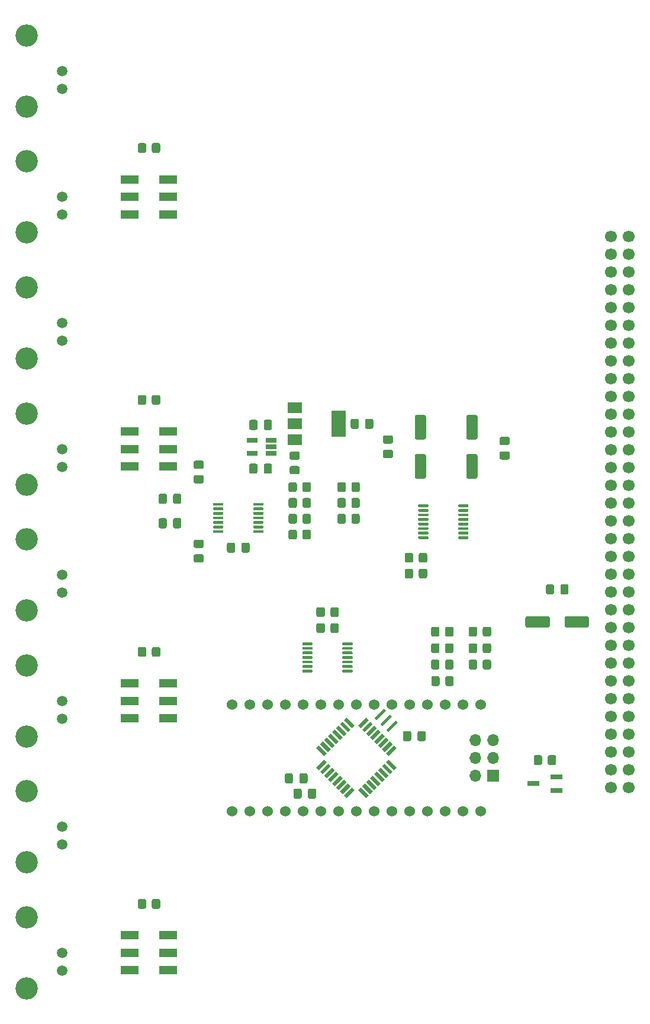
<source format=gbr>
%TF.GenerationSoftware,KiCad,Pcbnew,5.1.12-84ad8e8a86~92~ubuntu20.04.1*%
%TF.CreationDate,2022-05-19T19:13:28+02:00*%
%TF.ProjectId,bkm-129x-simple,626b6d2d-3132-4397-982d-73696d706c65,rev?*%
%TF.SameCoordinates,Original*%
%TF.FileFunction,Soldermask,Top*%
%TF.FilePolarity,Negative*%
%FSLAX46Y46*%
G04 Gerber Fmt 4.6, Leading zero omitted, Abs format (unit mm)*
G04 Created by KiCad (PCBNEW 5.1.12-84ad8e8a86~92~ubuntu20.04.1) date 2022-05-19 19:13:28*
%MOMM*%
%LPD*%
G01*
G04 APERTURE LIST*
%ADD10C,1.524000*%
%ADD11R,2.500000X1.200000*%
%ADD12C,1.500000*%
%ADD13C,3.200000*%
%ADD14C,0.100000*%
%ADD15R,1.700000X1.700000*%
%ADD16O,1.700000X1.700000*%
%ADD17R,1.800000X0.800000*%
%ADD18R,1.560000X0.650000*%
%ADD19R,2.000000X3.800000*%
%ADD20R,2.000000X1.500000*%
%ADD21C,1.700000*%
G04 APERTURE END LIST*
D10*
%TO.C,U3*%
X167117100Y-150924000D03*
X164577100Y-150924000D03*
X162037100Y-150924000D03*
X159497100Y-150924000D03*
X156957100Y-150924000D03*
X154417100Y-150924000D03*
X151877100Y-150924000D03*
X149337100Y-150924000D03*
X146797100Y-150924000D03*
X144257100Y-150924000D03*
X141717100Y-150924000D03*
X139177100Y-150924000D03*
X136637100Y-150924000D03*
X134097100Y-150924000D03*
X131557100Y-150924000D03*
X131557100Y-166164000D03*
X134097100Y-166164000D03*
X136637100Y-166164000D03*
X139177100Y-166164000D03*
X141717100Y-166164000D03*
X144257100Y-166164000D03*
X146797100Y-166164000D03*
X149337100Y-166164000D03*
X151877100Y-166164000D03*
X154417100Y-166164000D03*
X156957100Y-166164000D03*
X159497100Y-166164000D03*
X162037100Y-166164000D03*
X164577100Y-166164000D03*
X167117100Y-166164000D03*
%TD*%
D11*
%TO.C,SW1*%
X116950000Y-78400000D03*
X122450000Y-78400000D03*
X122450000Y-80900000D03*
X116950000Y-80900000D03*
X116950000Y-75900000D03*
X122450000Y-75900000D03*
%TD*%
%TO.C,SW2*%
X116950000Y-114400000D03*
X122450000Y-114400000D03*
X122450000Y-116900000D03*
X116950000Y-116900000D03*
X116950000Y-111900000D03*
X122450000Y-111900000D03*
%TD*%
%TO.C,SW3*%
X116950000Y-150400000D03*
X122450000Y-150400000D03*
X122450000Y-152900000D03*
X116950000Y-152900000D03*
X116950000Y-147900000D03*
X122450000Y-147900000D03*
%TD*%
%TO.C,SW4*%
X116950000Y-186400000D03*
X122450000Y-186400000D03*
X122450000Y-188900000D03*
X116950000Y-188900000D03*
X116950000Y-183900000D03*
X122450000Y-183900000D03*
%TD*%
D12*
%TO.C,J41*%
X107280000Y-188940000D03*
D13*
X102200000Y-181320000D03*
X102200000Y-191480000D03*
D12*
X107280000Y-186400000D03*
%TD*%
%TO.C,J31*%
X107280000Y-152940000D03*
D13*
X102200000Y-145320000D03*
X102200000Y-155480000D03*
D12*
X107280000Y-150400000D03*
%TD*%
%TO.C,J21*%
X107280000Y-116940000D03*
D13*
X102200000Y-109320000D03*
X102200000Y-119480000D03*
D12*
X107280000Y-114400000D03*
%TD*%
%TO.C,J11*%
X107280000Y-80940000D03*
D13*
X102200000Y-73320000D03*
X102200000Y-83480000D03*
D12*
X107280000Y-78400000D03*
%TD*%
%TO.C,J4*%
X107280000Y-170940000D03*
D13*
X102200000Y-163320000D03*
X102200000Y-173480000D03*
D12*
X107280000Y-168400000D03*
%TD*%
%TO.C,J3*%
X107280000Y-134940000D03*
D13*
X102200000Y-127320000D03*
X102200000Y-137480000D03*
D12*
X107280000Y-132400000D03*
%TD*%
%TO.C,J2*%
X107280000Y-98940000D03*
D13*
X102200000Y-91320000D03*
X102200000Y-101480000D03*
D12*
X107280000Y-96400000D03*
%TD*%
%TO.C,J1*%
X107280000Y-62940000D03*
D13*
X102200000Y-55320000D03*
X102200000Y-65480000D03*
D12*
X107280000Y-60400000D03*
%TD*%
D14*
%TO.C,Y1*%
G36*
X154413173Y-152644670D02*
G01*
X153069670Y-153988173D01*
X152786827Y-153705330D01*
X154130330Y-152361827D01*
X154413173Y-152644670D01*
G37*
G36*
X153564645Y-151796142D02*
G01*
X152221142Y-153139645D01*
X151938299Y-152856802D01*
X153281802Y-151513299D01*
X153564645Y-151796142D01*
G37*
G36*
X155261701Y-153493198D02*
G01*
X153918198Y-154836701D01*
X153635355Y-154553858D01*
X154978858Y-153210355D01*
X155261701Y-153493198D01*
G37*
%TD*%
D15*
%TO.C,J6*%
X168900000Y-161100000D03*
D16*
X166360000Y-161100000D03*
X168900000Y-158560000D03*
X166360000Y-158560000D03*
X168900000Y-156020000D03*
X166360000Y-156020000D03*
%TD*%
%TO.C,C1*%
G36*
G01*
X127275000Y-119325000D02*
X126325000Y-119325000D01*
G75*
G02*
X126075000Y-119075000I0J250000D01*
G01*
X126075000Y-118400000D01*
G75*
G02*
X126325000Y-118150000I250000J0D01*
G01*
X127275000Y-118150000D01*
G75*
G02*
X127525000Y-118400000I0J-250000D01*
G01*
X127525000Y-119075000D01*
G75*
G02*
X127275000Y-119325000I-250000J0D01*
G01*
G37*
G36*
G01*
X127275000Y-117250000D02*
X126325000Y-117250000D01*
G75*
G02*
X126075000Y-117000000I0J250000D01*
G01*
X126075000Y-116325000D01*
G75*
G02*
X126325000Y-116075000I250000J0D01*
G01*
X127275000Y-116075000D01*
G75*
G02*
X127525000Y-116325000I0J-250000D01*
G01*
X127525000Y-117000000D01*
G75*
G02*
X127275000Y-117250000I-250000J0D01*
G01*
G37*
%TD*%
%TO.C,C2*%
G36*
G01*
X124317500Y-121048500D02*
X124317500Y-121998500D01*
G75*
G02*
X124067500Y-122248500I-250000J0D01*
G01*
X123392500Y-122248500D01*
G75*
G02*
X123142500Y-121998500I0J250000D01*
G01*
X123142500Y-121048500D01*
G75*
G02*
X123392500Y-120798500I250000J0D01*
G01*
X124067500Y-120798500D01*
G75*
G02*
X124317500Y-121048500I0J-250000D01*
G01*
G37*
G36*
G01*
X122242500Y-121048500D02*
X122242500Y-121998500D01*
G75*
G02*
X121992500Y-122248500I-250000J0D01*
G01*
X121317500Y-122248500D01*
G75*
G02*
X121067500Y-121998500I0J250000D01*
G01*
X121067500Y-121048500D01*
G75*
G02*
X121317500Y-120798500I250000J0D01*
G01*
X121992500Y-120798500D01*
G75*
G02*
X122242500Y-121048500I0J-250000D01*
G01*
G37*
%TD*%
%TO.C,C3*%
G36*
G01*
X124317500Y-124541000D02*
X124317500Y-125491000D01*
G75*
G02*
X124067500Y-125741000I-250000J0D01*
G01*
X123392500Y-125741000D01*
G75*
G02*
X123142500Y-125491000I0J250000D01*
G01*
X123142500Y-124541000D01*
G75*
G02*
X123392500Y-124291000I250000J0D01*
G01*
X124067500Y-124291000D01*
G75*
G02*
X124317500Y-124541000I0J-250000D01*
G01*
G37*
G36*
G01*
X122242500Y-124541000D02*
X122242500Y-125491000D01*
G75*
G02*
X121992500Y-125741000I-250000J0D01*
G01*
X121317500Y-125741000D01*
G75*
G02*
X121067500Y-125491000I0J250000D01*
G01*
X121067500Y-124541000D01*
G75*
G02*
X121317500Y-124291000I250000J0D01*
G01*
X121992500Y-124291000D01*
G75*
G02*
X122242500Y-124541000I0J-250000D01*
G01*
G37*
%TD*%
%TO.C,C4*%
G36*
G01*
X126325000Y-129450000D02*
X127275000Y-129450000D01*
G75*
G02*
X127525000Y-129700000I0J-250000D01*
G01*
X127525000Y-130375000D01*
G75*
G02*
X127275000Y-130625000I-250000J0D01*
G01*
X126325000Y-130625000D01*
G75*
G02*
X126075000Y-130375000I0J250000D01*
G01*
X126075000Y-129700000D01*
G75*
G02*
X126325000Y-129450000I250000J0D01*
G01*
G37*
G36*
G01*
X126325000Y-127375000D02*
X127275000Y-127375000D01*
G75*
G02*
X127525000Y-127625000I0J-250000D01*
G01*
X127525000Y-128300000D01*
G75*
G02*
X127275000Y-128550000I-250000J0D01*
G01*
X126325000Y-128550000D01*
G75*
G02*
X126075000Y-128300000I0J250000D01*
G01*
X126075000Y-127625000D01*
G75*
G02*
X126325000Y-127375000I250000J0D01*
G01*
G37*
%TD*%
%TO.C,C5*%
G36*
G01*
X134096500Y-128033500D02*
X134096500Y-128983500D01*
G75*
G02*
X133846500Y-129233500I-250000J0D01*
G01*
X133171500Y-129233500D01*
G75*
G02*
X132921500Y-128983500I0J250000D01*
G01*
X132921500Y-128033500D01*
G75*
G02*
X133171500Y-127783500I250000J0D01*
G01*
X133846500Y-127783500D01*
G75*
G02*
X134096500Y-128033500I0J-250000D01*
G01*
G37*
G36*
G01*
X132021500Y-128033500D02*
X132021500Y-128983500D01*
G75*
G02*
X131771500Y-129233500I-250000J0D01*
G01*
X131096500Y-129233500D01*
G75*
G02*
X130846500Y-128983500I0J250000D01*
G01*
X130846500Y-128033500D01*
G75*
G02*
X131096500Y-127783500I250000J0D01*
G01*
X131771500Y-127783500D01*
G75*
G02*
X132021500Y-128033500I0J-250000D01*
G01*
G37*
%TD*%
%TO.C,C6*%
G36*
G01*
X154346000Y-113644000D02*
X153396000Y-113644000D01*
G75*
G02*
X153146000Y-113394000I0J250000D01*
G01*
X153146000Y-112719000D01*
G75*
G02*
X153396000Y-112469000I250000J0D01*
G01*
X154346000Y-112469000D01*
G75*
G02*
X154596000Y-112719000I0J-250000D01*
G01*
X154596000Y-113394000D01*
G75*
G02*
X154346000Y-113644000I-250000J0D01*
G01*
G37*
G36*
G01*
X154346000Y-115719000D02*
X153396000Y-115719000D01*
G75*
G02*
X153146000Y-115469000I0J250000D01*
G01*
X153146000Y-114794000D01*
G75*
G02*
X153396000Y-114544000I250000J0D01*
G01*
X154346000Y-114544000D01*
G75*
G02*
X154596000Y-114794000I0J-250000D01*
G01*
X154596000Y-115469000D01*
G75*
G02*
X154346000Y-115719000I-250000J0D01*
G01*
G37*
%TD*%
%TO.C,C7*%
G36*
G01*
X159056500Y-113044000D02*
X157956500Y-113044000D01*
G75*
G02*
X157706500Y-112794000I0J250000D01*
G01*
X157706500Y-109794000D01*
G75*
G02*
X157956500Y-109544000I250000J0D01*
G01*
X159056500Y-109544000D01*
G75*
G02*
X159306500Y-109794000I0J-250000D01*
G01*
X159306500Y-112794000D01*
G75*
G02*
X159056500Y-113044000I-250000J0D01*
G01*
G37*
G36*
G01*
X159056500Y-118644000D02*
X157956500Y-118644000D01*
G75*
G02*
X157706500Y-118394000I0J250000D01*
G01*
X157706500Y-115394000D01*
G75*
G02*
X157956500Y-115144000I250000J0D01*
G01*
X159056500Y-115144000D01*
G75*
G02*
X159306500Y-115394000I0J-250000D01*
G01*
X159306500Y-118394000D01*
G75*
G02*
X159056500Y-118644000I-250000J0D01*
G01*
G37*
%TD*%
%TO.C,C8*%
G36*
G01*
X165322500Y-109544000D02*
X166422500Y-109544000D01*
G75*
G02*
X166672500Y-109794000I0J-250000D01*
G01*
X166672500Y-112794000D01*
G75*
G02*
X166422500Y-113044000I-250000J0D01*
G01*
X165322500Y-113044000D01*
G75*
G02*
X165072500Y-112794000I0J250000D01*
G01*
X165072500Y-109794000D01*
G75*
G02*
X165322500Y-109544000I250000J0D01*
G01*
G37*
G36*
G01*
X165322500Y-115144000D02*
X166422500Y-115144000D01*
G75*
G02*
X166672500Y-115394000I0J-250000D01*
G01*
X166672500Y-118394000D01*
G75*
G02*
X166422500Y-118644000I-250000J0D01*
G01*
X165322500Y-118644000D01*
G75*
G02*
X165072500Y-118394000I0J250000D01*
G01*
X165072500Y-115394000D01*
G75*
G02*
X165322500Y-115144000I250000J0D01*
G01*
G37*
%TD*%
%TO.C,C9*%
G36*
G01*
X171036000Y-115925000D02*
X170086000Y-115925000D01*
G75*
G02*
X169836000Y-115675000I0J250000D01*
G01*
X169836000Y-115000000D01*
G75*
G02*
X170086000Y-114750000I250000J0D01*
G01*
X171036000Y-114750000D01*
G75*
G02*
X171286000Y-115000000I0J-250000D01*
G01*
X171286000Y-115675000D01*
G75*
G02*
X171036000Y-115925000I-250000J0D01*
G01*
G37*
G36*
G01*
X171036000Y-113850000D02*
X170086000Y-113850000D01*
G75*
G02*
X169836000Y-113600000I0J250000D01*
G01*
X169836000Y-112925000D01*
G75*
G02*
X170086000Y-112675000I250000J0D01*
G01*
X171036000Y-112675000D01*
G75*
G02*
X171286000Y-112925000I0J-250000D01*
G01*
X171286000Y-113600000D01*
G75*
G02*
X171036000Y-113850000I-250000J0D01*
G01*
G37*
%TD*%
%TO.C,C10*%
G36*
G01*
X134034200Y-117693200D02*
X134034200Y-116743200D01*
G75*
G02*
X134284200Y-116493200I250000J0D01*
G01*
X134959200Y-116493200D01*
G75*
G02*
X135209200Y-116743200I0J-250000D01*
G01*
X135209200Y-117693200D01*
G75*
G02*
X134959200Y-117943200I-250000J0D01*
G01*
X134284200Y-117943200D01*
G75*
G02*
X134034200Y-117693200I0J250000D01*
G01*
G37*
G36*
G01*
X136109200Y-117693200D02*
X136109200Y-116743200D01*
G75*
G02*
X136359200Y-116493200I250000J0D01*
G01*
X137034200Y-116493200D01*
G75*
G02*
X137284200Y-116743200I0J-250000D01*
G01*
X137284200Y-117693200D01*
G75*
G02*
X137034200Y-117943200I-250000J0D01*
G01*
X136359200Y-117943200D01*
G75*
G02*
X136109200Y-117693200I0J250000D01*
G01*
G37*
%TD*%
%TO.C,C11*%
G36*
G01*
X135209200Y-110494800D02*
X135209200Y-111444800D01*
G75*
G02*
X134959200Y-111694800I-250000J0D01*
G01*
X134284200Y-111694800D01*
G75*
G02*
X134034200Y-111444800I0J250000D01*
G01*
X134034200Y-110494800D01*
G75*
G02*
X134284200Y-110244800I250000J0D01*
G01*
X134959200Y-110244800D01*
G75*
G02*
X135209200Y-110494800I0J-250000D01*
G01*
G37*
G36*
G01*
X137284200Y-110494800D02*
X137284200Y-111444800D01*
G75*
G02*
X137034200Y-111694800I-250000J0D01*
G01*
X136359200Y-111694800D01*
G75*
G02*
X136109200Y-111444800I0J250000D01*
G01*
X136109200Y-110494800D01*
G75*
G02*
X136359200Y-110244800I250000J0D01*
G01*
X137034200Y-110244800D01*
G75*
G02*
X137284200Y-110494800I0J-250000D01*
G01*
G37*
%TD*%
%TO.C,C12*%
G36*
G01*
X178527200Y-134939800D02*
X178527200Y-133989800D01*
G75*
G02*
X178777200Y-133739800I250000J0D01*
G01*
X179452200Y-133739800D01*
G75*
G02*
X179702200Y-133989800I0J-250000D01*
G01*
X179702200Y-134939800D01*
G75*
G02*
X179452200Y-135189800I-250000J0D01*
G01*
X178777200Y-135189800D01*
G75*
G02*
X178527200Y-134939800I0J250000D01*
G01*
G37*
G36*
G01*
X176452200Y-134939800D02*
X176452200Y-133989800D01*
G75*
G02*
X176702200Y-133739800I250000J0D01*
G01*
X177377200Y-133739800D01*
G75*
G02*
X177627200Y-133989800I0J-250000D01*
G01*
X177627200Y-134939800D01*
G75*
G02*
X177377200Y-135189800I-250000J0D01*
G01*
X176702200Y-135189800D01*
G75*
G02*
X176452200Y-134939800I0J250000D01*
G01*
G37*
%TD*%
%TO.C,C13*%
G36*
G01*
X173527200Y-139663000D02*
X173527200Y-138563000D01*
G75*
G02*
X173777200Y-138313000I250000J0D01*
G01*
X176777200Y-138313000D01*
G75*
G02*
X177027200Y-138563000I0J-250000D01*
G01*
X177027200Y-139663000D01*
G75*
G02*
X176777200Y-139913000I-250000J0D01*
G01*
X173777200Y-139913000D01*
G75*
G02*
X173527200Y-139663000I0J250000D01*
G01*
G37*
G36*
G01*
X179127200Y-139663000D02*
X179127200Y-138563000D01*
G75*
G02*
X179377200Y-138313000I250000J0D01*
G01*
X182377200Y-138313000D01*
G75*
G02*
X182627200Y-138563000I0J-250000D01*
G01*
X182627200Y-139663000D01*
G75*
G02*
X182377200Y-139913000I-250000J0D01*
G01*
X179377200Y-139913000D01*
G75*
G02*
X179127200Y-139663000I0J250000D01*
G01*
G37*
%TD*%
%TO.C,C15*%
G36*
G01*
X142375000Y-161000000D02*
X142375000Y-161950000D01*
G75*
G02*
X142125000Y-162200000I-250000J0D01*
G01*
X141450000Y-162200000D01*
G75*
G02*
X141200000Y-161950000I0J250000D01*
G01*
X141200000Y-161000000D01*
G75*
G02*
X141450000Y-160750000I250000J0D01*
G01*
X142125000Y-160750000D01*
G75*
G02*
X142375000Y-161000000I0J-250000D01*
G01*
G37*
G36*
G01*
X140300000Y-161000000D02*
X140300000Y-161950000D01*
G75*
G02*
X140050000Y-162200000I-250000J0D01*
G01*
X139375000Y-162200000D01*
G75*
G02*
X139125000Y-161950000I0J250000D01*
G01*
X139125000Y-161000000D01*
G75*
G02*
X139375000Y-160750000I250000J0D01*
G01*
X140050000Y-160750000D01*
G75*
G02*
X140300000Y-161000000I0J-250000D01*
G01*
G37*
%TD*%
%TO.C,C16*%
G36*
G01*
X158090000Y-155905000D02*
X158090000Y-154955000D01*
G75*
G02*
X158340000Y-154705000I250000J0D01*
G01*
X159015000Y-154705000D01*
G75*
G02*
X159265000Y-154955000I0J-250000D01*
G01*
X159265000Y-155905000D01*
G75*
G02*
X159015000Y-156155000I-250000J0D01*
G01*
X158340000Y-156155000D01*
G75*
G02*
X158090000Y-155905000I0J250000D01*
G01*
G37*
G36*
G01*
X156015000Y-155905000D02*
X156015000Y-154955000D01*
G75*
G02*
X156265000Y-154705000I250000J0D01*
G01*
X156940000Y-154705000D01*
G75*
G02*
X157190000Y-154955000I0J-250000D01*
G01*
X157190000Y-155905000D01*
G75*
G02*
X156940000Y-156155000I-250000J0D01*
G01*
X156265000Y-156155000D01*
G75*
G02*
X156015000Y-155905000I0J250000D01*
G01*
G37*
%TD*%
%TO.C,C17*%
G36*
G01*
X142425000Y-164125000D02*
X142425000Y-163175000D01*
G75*
G02*
X142675000Y-162925000I250000J0D01*
G01*
X143350000Y-162925000D01*
G75*
G02*
X143600000Y-163175000I0J-250000D01*
G01*
X143600000Y-164125000D01*
G75*
G02*
X143350000Y-164375000I-250000J0D01*
G01*
X142675000Y-164375000D01*
G75*
G02*
X142425000Y-164125000I0J250000D01*
G01*
G37*
G36*
G01*
X140350000Y-164125000D02*
X140350000Y-163175000D01*
G75*
G02*
X140600000Y-162925000I250000J0D01*
G01*
X141275000Y-162925000D01*
G75*
G02*
X141525000Y-163175000I0J-250000D01*
G01*
X141525000Y-164125000D01*
G75*
G02*
X141275000Y-164375000I-250000J0D01*
G01*
X140600000Y-164375000D01*
G75*
G02*
X140350000Y-164125000I0J250000D01*
G01*
G37*
%TD*%
%TO.C,C101*%
G36*
G01*
X140050500Y-116845500D02*
X141000500Y-116845500D01*
G75*
G02*
X141250500Y-117095500I0J-250000D01*
G01*
X141250500Y-117770500D01*
G75*
G02*
X141000500Y-118020500I-250000J0D01*
G01*
X140050500Y-118020500D01*
G75*
G02*
X139800500Y-117770500I0J250000D01*
G01*
X139800500Y-117095500D01*
G75*
G02*
X140050500Y-116845500I250000J0D01*
G01*
G37*
G36*
G01*
X140050500Y-114770500D02*
X141000500Y-114770500D01*
G75*
G02*
X141250500Y-115020500I0J-250000D01*
G01*
X141250500Y-115695500D01*
G75*
G02*
X141000500Y-115945500I-250000J0D01*
G01*
X140050500Y-115945500D01*
G75*
G02*
X139800500Y-115695500I0J250000D01*
G01*
X139800500Y-115020500D01*
G75*
G02*
X140050500Y-114770500I250000J0D01*
G01*
G37*
%TD*%
%TO.C,C102*%
G36*
G01*
X148531000Y-111282500D02*
X148531000Y-110332500D01*
G75*
G02*
X148781000Y-110082500I250000J0D01*
G01*
X149456000Y-110082500D01*
G75*
G02*
X149706000Y-110332500I0J-250000D01*
G01*
X149706000Y-111282500D01*
G75*
G02*
X149456000Y-111532500I-250000J0D01*
G01*
X148781000Y-111532500D01*
G75*
G02*
X148531000Y-111282500I0J250000D01*
G01*
G37*
G36*
G01*
X150606000Y-111282500D02*
X150606000Y-110332500D01*
G75*
G02*
X150856000Y-110082500I250000J0D01*
G01*
X151531000Y-110082500D01*
G75*
G02*
X151781000Y-110332500I0J-250000D01*
G01*
X151781000Y-111282500D01*
G75*
G02*
X151531000Y-111532500I-250000J0D01*
G01*
X150856000Y-111532500D01*
G75*
G02*
X150606000Y-111282500I0J250000D01*
G01*
G37*
%TD*%
D17*
%TO.C,Q1*%
X177974600Y-163177000D03*
X177974600Y-161277000D03*
X174674600Y-162227000D03*
%TD*%
%TO.C,R1*%
G36*
G01*
X159480000Y-131759999D02*
X159480000Y-132660001D01*
G75*
G02*
X159230001Y-132910000I-249999J0D01*
G01*
X158529999Y-132910000D01*
G75*
G02*
X158280000Y-132660001I0J249999D01*
G01*
X158280000Y-131759999D01*
G75*
G02*
X158529999Y-131510000I249999J0D01*
G01*
X159230001Y-131510000D01*
G75*
G02*
X159480000Y-131759999I0J-249999D01*
G01*
G37*
G36*
G01*
X157480000Y-131759999D02*
X157480000Y-132660001D01*
G75*
G02*
X157230001Y-132910000I-249999J0D01*
G01*
X156529999Y-132910000D01*
G75*
G02*
X156280000Y-132660001I0J249999D01*
G01*
X156280000Y-131759999D01*
G75*
G02*
X156529999Y-131510000I249999J0D01*
G01*
X157230001Y-131510000D01*
G75*
G02*
X157480000Y-131759999I0J-249999D01*
G01*
G37*
%TD*%
%TO.C,R6*%
G36*
G01*
X142847200Y-119409799D02*
X142847200Y-120309801D01*
G75*
G02*
X142597201Y-120559800I-249999J0D01*
G01*
X141897199Y-120559800D01*
G75*
G02*
X141647200Y-120309801I0J249999D01*
G01*
X141647200Y-119409799D01*
G75*
G02*
X141897199Y-119159800I249999J0D01*
G01*
X142597201Y-119159800D01*
G75*
G02*
X142847200Y-119409799I0J-249999D01*
G01*
G37*
G36*
G01*
X140847200Y-119409799D02*
X140847200Y-120309801D01*
G75*
G02*
X140597201Y-120559800I-249999J0D01*
G01*
X139897199Y-120559800D01*
G75*
G02*
X139647200Y-120309801I0J249999D01*
G01*
X139647200Y-119409799D01*
G75*
G02*
X139897199Y-119159800I249999J0D01*
G01*
X140597201Y-119159800D01*
G75*
G02*
X140847200Y-119409799I0J-249999D01*
G01*
G37*
%TD*%
%TO.C,R7*%
G36*
G01*
X140850000Y-121669999D02*
X140850000Y-122570001D01*
G75*
G02*
X140600001Y-122820000I-249999J0D01*
G01*
X139899999Y-122820000D01*
G75*
G02*
X139650000Y-122570001I0J249999D01*
G01*
X139650000Y-121669999D01*
G75*
G02*
X139899999Y-121420000I249999J0D01*
G01*
X140600001Y-121420000D01*
G75*
G02*
X140850000Y-121669999I0J-249999D01*
G01*
G37*
G36*
G01*
X142850000Y-121669999D02*
X142850000Y-122570001D01*
G75*
G02*
X142600001Y-122820000I-249999J0D01*
G01*
X141899999Y-122820000D01*
G75*
G02*
X141650000Y-122570001I0J249999D01*
G01*
X141650000Y-121669999D01*
G75*
G02*
X141899999Y-121420000I249999J0D01*
G01*
X142600001Y-121420000D01*
G75*
G02*
X142850000Y-121669999I0J-249999D01*
G01*
G37*
%TD*%
%TO.C,R8*%
G36*
G01*
X142847200Y-123930999D02*
X142847200Y-124831001D01*
G75*
G02*
X142597201Y-125081000I-249999J0D01*
G01*
X141897199Y-125081000D01*
G75*
G02*
X141647200Y-124831001I0J249999D01*
G01*
X141647200Y-123930999D01*
G75*
G02*
X141897199Y-123681000I249999J0D01*
G01*
X142597201Y-123681000D01*
G75*
G02*
X142847200Y-123930999I0J-249999D01*
G01*
G37*
G36*
G01*
X140847200Y-123930999D02*
X140847200Y-124831001D01*
G75*
G02*
X140597201Y-125081000I-249999J0D01*
G01*
X139897199Y-125081000D01*
G75*
G02*
X139647200Y-124831001I0J249999D01*
G01*
X139647200Y-123930999D01*
G75*
G02*
X139897199Y-123681000I249999J0D01*
G01*
X140597201Y-123681000D01*
G75*
G02*
X140847200Y-123930999I0J-249999D01*
G01*
G37*
%TD*%
%TO.C,R9*%
G36*
G01*
X140847200Y-126191599D02*
X140847200Y-127091601D01*
G75*
G02*
X140597201Y-127341600I-249999J0D01*
G01*
X139897199Y-127341600D01*
G75*
G02*
X139647200Y-127091601I0J249999D01*
G01*
X139647200Y-126191599D01*
G75*
G02*
X139897199Y-125941600I249999J0D01*
G01*
X140597201Y-125941600D01*
G75*
G02*
X140847200Y-126191599I0J-249999D01*
G01*
G37*
G36*
G01*
X142847200Y-126191599D02*
X142847200Y-127091601D01*
G75*
G02*
X142597201Y-127341600I-249999J0D01*
G01*
X141897199Y-127341600D01*
G75*
G02*
X141647200Y-127091601I0J249999D01*
G01*
X141647200Y-126191599D01*
G75*
G02*
X141897199Y-125941600I249999J0D01*
G01*
X142597201Y-125941600D01*
G75*
G02*
X142847200Y-126191599I0J-249999D01*
G01*
G37*
%TD*%
%TO.C,R10*%
G36*
G01*
X118100000Y-179850001D02*
X118100000Y-178949999D01*
G75*
G02*
X118349999Y-178700000I249999J0D01*
G01*
X119050001Y-178700000D01*
G75*
G02*
X119300000Y-178949999I0J-249999D01*
G01*
X119300000Y-179850001D01*
G75*
G02*
X119050001Y-180100000I-249999J0D01*
G01*
X118349999Y-180100000D01*
G75*
G02*
X118100000Y-179850001I0J249999D01*
G01*
G37*
G36*
G01*
X120100000Y-179850001D02*
X120100000Y-178949999D01*
G75*
G02*
X120349999Y-178700000I249999J0D01*
G01*
X121050001Y-178700000D01*
G75*
G02*
X121300000Y-178949999I0J-249999D01*
G01*
X121300000Y-179850001D01*
G75*
G02*
X121050001Y-180100000I-249999J0D01*
G01*
X120349999Y-180100000D01*
G75*
G02*
X120100000Y-179850001I0J249999D01*
G01*
G37*
%TD*%
%TO.C,R11*%
G36*
G01*
X120100000Y-143850001D02*
X120100000Y-142949999D01*
G75*
G02*
X120349999Y-142700000I249999J0D01*
G01*
X121050001Y-142700000D01*
G75*
G02*
X121300000Y-142949999I0J-249999D01*
G01*
X121300000Y-143850001D01*
G75*
G02*
X121050001Y-144100000I-249999J0D01*
G01*
X120349999Y-144100000D01*
G75*
G02*
X120100000Y-143850001I0J249999D01*
G01*
G37*
G36*
G01*
X118100000Y-143850001D02*
X118100000Y-142949999D01*
G75*
G02*
X118349999Y-142700000I249999J0D01*
G01*
X119050001Y-142700000D01*
G75*
G02*
X119300000Y-142949999I0J-249999D01*
G01*
X119300000Y-143850001D01*
G75*
G02*
X119050001Y-144100000I-249999J0D01*
G01*
X118349999Y-144100000D01*
G75*
G02*
X118100000Y-143850001I0J249999D01*
G01*
G37*
%TD*%
%TO.C,R12*%
G36*
G01*
X118100000Y-107850001D02*
X118100000Y-106949999D01*
G75*
G02*
X118349999Y-106700000I249999J0D01*
G01*
X119050001Y-106700000D01*
G75*
G02*
X119300000Y-106949999I0J-249999D01*
G01*
X119300000Y-107850001D01*
G75*
G02*
X119050001Y-108100000I-249999J0D01*
G01*
X118349999Y-108100000D01*
G75*
G02*
X118100000Y-107850001I0J249999D01*
G01*
G37*
G36*
G01*
X120100000Y-107850001D02*
X120100000Y-106949999D01*
G75*
G02*
X120349999Y-106700000I249999J0D01*
G01*
X121050001Y-106700000D01*
G75*
G02*
X121300000Y-106949999I0J-249999D01*
G01*
X121300000Y-107850001D01*
G75*
G02*
X121050001Y-108100000I-249999J0D01*
G01*
X120349999Y-108100000D01*
G75*
G02*
X120100000Y-107850001I0J249999D01*
G01*
G37*
%TD*%
%TO.C,R13*%
G36*
G01*
X120100000Y-71850001D02*
X120100000Y-70949999D01*
G75*
G02*
X120349999Y-70700000I249999J0D01*
G01*
X121050001Y-70700000D01*
G75*
G02*
X121300000Y-70949999I0J-249999D01*
G01*
X121300000Y-71850001D01*
G75*
G02*
X121050001Y-72100000I-249999J0D01*
G01*
X120349999Y-72100000D01*
G75*
G02*
X120100000Y-71850001I0J249999D01*
G01*
G37*
G36*
G01*
X118100000Y-71850001D02*
X118100000Y-70949999D01*
G75*
G02*
X118349999Y-70700000I249999J0D01*
G01*
X119050001Y-70700000D01*
G75*
G02*
X119300000Y-70949999I0J-249999D01*
G01*
X119300000Y-71850001D01*
G75*
G02*
X119050001Y-72100000I-249999J0D01*
G01*
X118349999Y-72100000D01*
G75*
G02*
X118100000Y-71850001I0J249999D01*
G01*
G37*
%TD*%
%TO.C,R18*%
G36*
G01*
X158280000Y-130400001D02*
X158280000Y-129499999D01*
G75*
G02*
X158529999Y-129250000I249999J0D01*
G01*
X159230001Y-129250000D01*
G75*
G02*
X159480000Y-129499999I0J-249999D01*
G01*
X159480000Y-130400001D01*
G75*
G02*
X159230001Y-130650000I-249999J0D01*
G01*
X158529999Y-130650000D01*
G75*
G02*
X158280000Y-130400001I0J249999D01*
G01*
G37*
G36*
G01*
X156280000Y-130400001D02*
X156280000Y-129499999D01*
G75*
G02*
X156529999Y-129250000I249999J0D01*
G01*
X157230001Y-129250000D01*
G75*
G02*
X157480000Y-129499999I0J-249999D01*
G01*
X157480000Y-130400001D01*
G75*
G02*
X157230001Y-130650000I-249999J0D01*
G01*
X156529999Y-130650000D01*
G75*
G02*
X156280000Y-130400001I0J249999D01*
G01*
G37*
%TD*%
%TO.C,R19*%
G36*
G01*
X145635000Y-138166001D02*
X145635000Y-137265999D01*
G75*
G02*
X145884999Y-137016000I249999J0D01*
G01*
X146585001Y-137016000D01*
G75*
G02*
X146835000Y-137265999I0J-249999D01*
G01*
X146835000Y-138166001D01*
G75*
G02*
X146585001Y-138416000I-249999J0D01*
G01*
X145884999Y-138416000D01*
G75*
G02*
X145635000Y-138166001I0J249999D01*
G01*
G37*
G36*
G01*
X143635000Y-138166001D02*
X143635000Y-137265999D01*
G75*
G02*
X143884999Y-137016000I249999J0D01*
G01*
X144585001Y-137016000D01*
G75*
G02*
X144835000Y-137265999I0J-249999D01*
G01*
X144835000Y-138166001D01*
G75*
G02*
X144585001Y-138416000I-249999J0D01*
G01*
X143884999Y-138416000D01*
G75*
G02*
X143635000Y-138166001I0J249999D01*
G01*
G37*
%TD*%
%TO.C,R20*%
G36*
G01*
X165428200Y-140960001D02*
X165428200Y-140059999D01*
G75*
G02*
X165678199Y-139810000I249999J0D01*
G01*
X166378201Y-139810000D01*
G75*
G02*
X166628200Y-140059999I0J-249999D01*
G01*
X166628200Y-140960001D01*
G75*
G02*
X166378201Y-141210000I-249999J0D01*
G01*
X165678199Y-141210000D01*
G75*
G02*
X165428200Y-140960001I0J249999D01*
G01*
G37*
G36*
G01*
X167428200Y-140960001D02*
X167428200Y-140059999D01*
G75*
G02*
X167678199Y-139810000I249999J0D01*
G01*
X168378201Y-139810000D01*
G75*
G02*
X168628200Y-140059999I0J-249999D01*
G01*
X168628200Y-140960001D01*
G75*
G02*
X168378201Y-141210000I-249999J0D01*
G01*
X167678199Y-141210000D01*
G75*
G02*
X167428200Y-140960001I0J249999D01*
G01*
G37*
%TD*%
%TO.C,R21*%
G36*
G01*
X162043400Y-140960001D02*
X162043400Y-140059999D01*
G75*
G02*
X162293399Y-139810000I249999J0D01*
G01*
X162993401Y-139810000D01*
G75*
G02*
X163243400Y-140059999I0J-249999D01*
G01*
X163243400Y-140960001D01*
G75*
G02*
X162993401Y-141210000I-249999J0D01*
G01*
X162293399Y-141210000D01*
G75*
G02*
X162043400Y-140960001I0J249999D01*
G01*
G37*
G36*
G01*
X160043400Y-140960001D02*
X160043400Y-140059999D01*
G75*
G02*
X160293399Y-139810000I249999J0D01*
G01*
X160993401Y-139810000D01*
G75*
G02*
X161243400Y-140059999I0J-249999D01*
G01*
X161243400Y-140960001D01*
G75*
G02*
X160993401Y-141210000I-249999J0D01*
G01*
X160293399Y-141210000D01*
G75*
G02*
X160043400Y-140960001I0J249999D01*
G01*
G37*
%TD*%
%TO.C,R22*%
G36*
G01*
X177924600Y-158411499D02*
X177924600Y-159311501D01*
G75*
G02*
X177674601Y-159561500I-249999J0D01*
G01*
X176974599Y-159561500D01*
G75*
G02*
X176724600Y-159311501I0J249999D01*
G01*
X176724600Y-158411499D01*
G75*
G02*
X176974599Y-158161500I249999J0D01*
G01*
X177674601Y-158161500D01*
G75*
G02*
X177924600Y-158411499I0J-249999D01*
G01*
G37*
G36*
G01*
X175924600Y-158411499D02*
X175924600Y-159311501D01*
G75*
G02*
X175674601Y-159561500I-249999J0D01*
G01*
X174974599Y-159561500D01*
G75*
G02*
X174724600Y-159311501I0J249999D01*
G01*
X174724600Y-158411499D01*
G75*
G02*
X174974599Y-158161500I249999J0D01*
G01*
X175674601Y-158161500D01*
G75*
G02*
X175924600Y-158411499I0J-249999D01*
G01*
G37*
%TD*%
%TO.C,R23*%
G36*
G01*
X143635000Y-140452001D02*
X143635000Y-139551999D01*
G75*
G02*
X143884999Y-139302000I249999J0D01*
G01*
X144585001Y-139302000D01*
G75*
G02*
X144835000Y-139551999I0J-249999D01*
G01*
X144835000Y-140452001D01*
G75*
G02*
X144585001Y-140702000I-249999J0D01*
G01*
X143884999Y-140702000D01*
G75*
G02*
X143635000Y-140452001I0J249999D01*
G01*
G37*
G36*
G01*
X145635000Y-140452001D02*
X145635000Y-139551999D01*
G75*
G02*
X145884999Y-139302000I249999J0D01*
G01*
X146585001Y-139302000D01*
G75*
G02*
X146835000Y-139551999I0J-249999D01*
G01*
X146835000Y-140452001D01*
G75*
G02*
X146585001Y-140702000I-249999J0D01*
G01*
X145884999Y-140702000D01*
G75*
G02*
X145635000Y-140452001I0J249999D01*
G01*
G37*
%TD*%
%TO.C,R24*%
G36*
G01*
X162068800Y-148021201D02*
X162068800Y-147121199D01*
G75*
G02*
X162318799Y-146871200I249999J0D01*
G01*
X163018801Y-146871200D01*
G75*
G02*
X163268800Y-147121199I0J-249999D01*
G01*
X163268800Y-148021201D01*
G75*
G02*
X163018801Y-148271200I-249999J0D01*
G01*
X162318799Y-148271200D01*
G75*
G02*
X162068800Y-148021201I0J249999D01*
G01*
G37*
G36*
G01*
X160068800Y-148021201D02*
X160068800Y-147121199D01*
G75*
G02*
X160318799Y-146871200I249999J0D01*
G01*
X161018801Y-146871200D01*
G75*
G02*
X161268800Y-147121199I0J-249999D01*
G01*
X161268800Y-148021201D01*
G75*
G02*
X161018801Y-148271200I-249999J0D01*
G01*
X160318799Y-148271200D01*
G75*
G02*
X160068800Y-148021201I0J249999D01*
G01*
G37*
%TD*%
%TO.C,R25*%
G36*
G01*
X165428200Y-145659001D02*
X165428200Y-144758999D01*
G75*
G02*
X165678199Y-144509000I249999J0D01*
G01*
X166378201Y-144509000D01*
G75*
G02*
X166628200Y-144758999I0J-249999D01*
G01*
X166628200Y-145659001D01*
G75*
G02*
X166378201Y-145909000I-249999J0D01*
G01*
X165678199Y-145909000D01*
G75*
G02*
X165428200Y-145659001I0J249999D01*
G01*
G37*
G36*
G01*
X167428200Y-145659001D02*
X167428200Y-144758999D01*
G75*
G02*
X167678199Y-144509000I249999J0D01*
G01*
X168378201Y-144509000D01*
G75*
G02*
X168628200Y-144758999I0J-249999D01*
G01*
X168628200Y-145659001D01*
G75*
G02*
X168378201Y-145909000I-249999J0D01*
G01*
X167678199Y-145909000D01*
G75*
G02*
X167428200Y-145659001I0J249999D01*
G01*
G37*
%TD*%
%TO.C,R26*%
G36*
G01*
X162043400Y-145659001D02*
X162043400Y-144758999D01*
G75*
G02*
X162293399Y-144509000I249999J0D01*
G01*
X162993401Y-144509000D01*
G75*
G02*
X163243400Y-144758999I0J-249999D01*
G01*
X163243400Y-145659001D01*
G75*
G02*
X162993401Y-145909000I-249999J0D01*
G01*
X162293399Y-145909000D01*
G75*
G02*
X162043400Y-145659001I0J249999D01*
G01*
G37*
G36*
G01*
X160043400Y-145659001D02*
X160043400Y-144758999D01*
G75*
G02*
X160293399Y-144509000I249999J0D01*
G01*
X160993401Y-144509000D01*
G75*
G02*
X161243400Y-144758999I0J-249999D01*
G01*
X161243400Y-145659001D01*
G75*
G02*
X160993401Y-145909000I-249999J0D01*
G01*
X160293399Y-145909000D01*
G75*
G02*
X160043400Y-145659001I0J249999D01*
G01*
G37*
%TD*%
%TO.C,R27*%
G36*
G01*
X165428200Y-143322201D02*
X165428200Y-142422199D01*
G75*
G02*
X165678199Y-142172200I249999J0D01*
G01*
X166378201Y-142172200D01*
G75*
G02*
X166628200Y-142422199I0J-249999D01*
G01*
X166628200Y-143322201D01*
G75*
G02*
X166378201Y-143572200I-249999J0D01*
G01*
X165678199Y-143572200D01*
G75*
G02*
X165428200Y-143322201I0J249999D01*
G01*
G37*
G36*
G01*
X167428200Y-143322201D02*
X167428200Y-142422199D01*
G75*
G02*
X167678199Y-142172200I249999J0D01*
G01*
X168378201Y-142172200D01*
G75*
G02*
X168628200Y-142422199I0J-249999D01*
G01*
X168628200Y-143322201D01*
G75*
G02*
X168378201Y-143572200I-249999J0D01*
G01*
X167678199Y-143572200D01*
G75*
G02*
X167428200Y-143322201I0J249999D01*
G01*
G37*
%TD*%
%TO.C,R28*%
G36*
G01*
X162043400Y-143322201D02*
X162043400Y-142422199D01*
G75*
G02*
X162293399Y-142172200I249999J0D01*
G01*
X162993401Y-142172200D01*
G75*
G02*
X163243400Y-142422199I0J-249999D01*
G01*
X163243400Y-143322201D01*
G75*
G02*
X162993401Y-143572200I-249999J0D01*
G01*
X162293399Y-143572200D01*
G75*
G02*
X162043400Y-143322201I0J249999D01*
G01*
G37*
G36*
G01*
X160043400Y-143322201D02*
X160043400Y-142422199D01*
G75*
G02*
X160293399Y-142172200I249999J0D01*
G01*
X160993401Y-142172200D01*
G75*
G02*
X161243400Y-142422199I0J-249999D01*
G01*
X161243400Y-143322201D01*
G75*
G02*
X160993401Y-143572200I-249999J0D01*
G01*
X160293399Y-143572200D01*
G75*
G02*
X160043400Y-143322201I0J249999D01*
G01*
G37*
%TD*%
%TO.C,R29*%
G36*
G01*
X148640000Y-120310001D02*
X148640000Y-119409999D01*
G75*
G02*
X148889999Y-119160000I249999J0D01*
G01*
X149590001Y-119160000D01*
G75*
G02*
X149840000Y-119409999I0J-249999D01*
G01*
X149840000Y-120310001D01*
G75*
G02*
X149590001Y-120560000I-249999J0D01*
G01*
X148889999Y-120560000D01*
G75*
G02*
X148640000Y-120310001I0J249999D01*
G01*
G37*
G36*
G01*
X146640000Y-120310001D02*
X146640000Y-119409999D01*
G75*
G02*
X146889999Y-119160000I249999J0D01*
G01*
X147590001Y-119160000D01*
G75*
G02*
X147840000Y-119409999I0J-249999D01*
G01*
X147840000Y-120310001D01*
G75*
G02*
X147590001Y-120560000I-249999J0D01*
G01*
X146889999Y-120560000D01*
G75*
G02*
X146640000Y-120310001I0J249999D01*
G01*
G37*
%TD*%
%TO.C,R30*%
G36*
G01*
X146640000Y-122570001D02*
X146640000Y-121669999D01*
G75*
G02*
X146889999Y-121420000I249999J0D01*
G01*
X147590001Y-121420000D01*
G75*
G02*
X147840000Y-121669999I0J-249999D01*
G01*
X147840000Y-122570001D01*
G75*
G02*
X147590001Y-122820000I-249999J0D01*
G01*
X146889999Y-122820000D01*
G75*
G02*
X146640000Y-122570001I0J249999D01*
G01*
G37*
G36*
G01*
X148640000Y-122570001D02*
X148640000Y-121669999D01*
G75*
G02*
X148889999Y-121420000I249999J0D01*
G01*
X149590001Y-121420000D01*
G75*
G02*
X149840000Y-121669999I0J-249999D01*
G01*
X149840000Y-122570001D01*
G75*
G02*
X149590001Y-122820000I-249999J0D01*
G01*
X148889999Y-122820000D01*
G75*
G02*
X148640000Y-122570001I0J249999D01*
G01*
G37*
%TD*%
%TO.C,R31*%
G36*
G01*
X146640000Y-124830001D02*
X146640000Y-123929999D01*
G75*
G02*
X146889999Y-123680000I249999J0D01*
G01*
X147590001Y-123680000D01*
G75*
G02*
X147840000Y-123929999I0J-249999D01*
G01*
X147840000Y-124830001D01*
G75*
G02*
X147590001Y-125080000I-249999J0D01*
G01*
X146889999Y-125080000D01*
G75*
G02*
X146640000Y-124830001I0J249999D01*
G01*
G37*
G36*
G01*
X148640000Y-124830001D02*
X148640000Y-123929999D01*
G75*
G02*
X148889999Y-123680000I249999J0D01*
G01*
X149590001Y-123680000D01*
G75*
G02*
X149840000Y-123929999I0J-249999D01*
G01*
X149840000Y-124830001D01*
G75*
G02*
X149590001Y-125080000I-249999J0D01*
G01*
X148889999Y-125080000D01*
G75*
G02*
X148640000Y-124830001I0J249999D01*
G01*
G37*
%TD*%
%TO.C,U1*%
G36*
G01*
X165400000Y-126975000D02*
X165400000Y-127175000D01*
G75*
G02*
X165300000Y-127275000I-100000J0D01*
G01*
X164025000Y-127275000D01*
G75*
G02*
X163925000Y-127175000I0J100000D01*
G01*
X163925000Y-126975000D01*
G75*
G02*
X164025000Y-126875000I100000J0D01*
G01*
X165300000Y-126875000D01*
G75*
G02*
X165400000Y-126975000I0J-100000D01*
G01*
G37*
G36*
G01*
X165400000Y-126325000D02*
X165400000Y-126525000D01*
G75*
G02*
X165300000Y-126625000I-100000J0D01*
G01*
X164025000Y-126625000D01*
G75*
G02*
X163925000Y-126525000I0J100000D01*
G01*
X163925000Y-126325000D01*
G75*
G02*
X164025000Y-126225000I100000J0D01*
G01*
X165300000Y-126225000D01*
G75*
G02*
X165400000Y-126325000I0J-100000D01*
G01*
G37*
G36*
G01*
X165400000Y-125675000D02*
X165400000Y-125875000D01*
G75*
G02*
X165300000Y-125975000I-100000J0D01*
G01*
X164025000Y-125975000D01*
G75*
G02*
X163925000Y-125875000I0J100000D01*
G01*
X163925000Y-125675000D01*
G75*
G02*
X164025000Y-125575000I100000J0D01*
G01*
X165300000Y-125575000D01*
G75*
G02*
X165400000Y-125675000I0J-100000D01*
G01*
G37*
G36*
G01*
X165400000Y-125025000D02*
X165400000Y-125225000D01*
G75*
G02*
X165300000Y-125325000I-100000J0D01*
G01*
X164025000Y-125325000D01*
G75*
G02*
X163925000Y-125225000I0J100000D01*
G01*
X163925000Y-125025000D01*
G75*
G02*
X164025000Y-124925000I100000J0D01*
G01*
X165300000Y-124925000D01*
G75*
G02*
X165400000Y-125025000I0J-100000D01*
G01*
G37*
G36*
G01*
X165400000Y-124375000D02*
X165400000Y-124575000D01*
G75*
G02*
X165300000Y-124675000I-100000J0D01*
G01*
X164025000Y-124675000D01*
G75*
G02*
X163925000Y-124575000I0J100000D01*
G01*
X163925000Y-124375000D01*
G75*
G02*
X164025000Y-124275000I100000J0D01*
G01*
X165300000Y-124275000D01*
G75*
G02*
X165400000Y-124375000I0J-100000D01*
G01*
G37*
G36*
G01*
X165400000Y-123725000D02*
X165400000Y-123925000D01*
G75*
G02*
X165300000Y-124025000I-100000J0D01*
G01*
X164025000Y-124025000D01*
G75*
G02*
X163925000Y-123925000I0J100000D01*
G01*
X163925000Y-123725000D01*
G75*
G02*
X164025000Y-123625000I100000J0D01*
G01*
X165300000Y-123625000D01*
G75*
G02*
X165400000Y-123725000I0J-100000D01*
G01*
G37*
G36*
G01*
X165400000Y-123075000D02*
X165400000Y-123275000D01*
G75*
G02*
X165300000Y-123375000I-100000J0D01*
G01*
X164025000Y-123375000D01*
G75*
G02*
X163925000Y-123275000I0J100000D01*
G01*
X163925000Y-123075000D01*
G75*
G02*
X164025000Y-122975000I100000J0D01*
G01*
X165300000Y-122975000D01*
G75*
G02*
X165400000Y-123075000I0J-100000D01*
G01*
G37*
G36*
G01*
X165400000Y-122425000D02*
X165400000Y-122625000D01*
G75*
G02*
X165300000Y-122725000I-100000J0D01*
G01*
X164025000Y-122725000D01*
G75*
G02*
X163925000Y-122625000I0J100000D01*
G01*
X163925000Y-122425000D01*
G75*
G02*
X164025000Y-122325000I100000J0D01*
G01*
X165300000Y-122325000D01*
G75*
G02*
X165400000Y-122425000I0J-100000D01*
G01*
G37*
G36*
G01*
X159675000Y-122425000D02*
X159675000Y-122625000D01*
G75*
G02*
X159575000Y-122725000I-100000J0D01*
G01*
X158300000Y-122725000D01*
G75*
G02*
X158200000Y-122625000I0J100000D01*
G01*
X158200000Y-122425000D01*
G75*
G02*
X158300000Y-122325000I100000J0D01*
G01*
X159575000Y-122325000D01*
G75*
G02*
X159675000Y-122425000I0J-100000D01*
G01*
G37*
G36*
G01*
X159675000Y-123075000D02*
X159675000Y-123275000D01*
G75*
G02*
X159575000Y-123375000I-100000J0D01*
G01*
X158300000Y-123375000D01*
G75*
G02*
X158200000Y-123275000I0J100000D01*
G01*
X158200000Y-123075000D01*
G75*
G02*
X158300000Y-122975000I100000J0D01*
G01*
X159575000Y-122975000D01*
G75*
G02*
X159675000Y-123075000I0J-100000D01*
G01*
G37*
G36*
G01*
X159675000Y-123725000D02*
X159675000Y-123925000D01*
G75*
G02*
X159575000Y-124025000I-100000J0D01*
G01*
X158300000Y-124025000D01*
G75*
G02*
X158200000Y-123925000I0J100000D01*
G01*
X158200000Y-123725000D01*
G75*
G02*
X158300000Y-123625000I100000J0D01*
G01*
X159575000Y-123625000D01*
G75*
G02*
X159675000Y-123725000I0J-100000D01*
G01*
G37*
G36*
G01*
X159675000Y-124375000D02*
X159675000Y-124575000D01*
G75*
G02*
X159575000Y-124675000I-100000J0D01*
G01*
X158300000Y-124675000D01*
G75*
G02*
X158200000Y-124575000I0J100000D01*
G01*
X158200000Y-124375000D01*
G75*
G02*
X158300000Y-124275000I100000J0D01*
G01*
X159575000Y-124275000D01*
G75*
G02*
X159675000Y-124375000I0J-100000D01*
G01*
G37*
G36*
G01*
X159675000Y-125025000D02*
X159675000Y-125225000D01*
G75*
G02*
X159575000Y-125325000I-100000J0D01*
G01*
X158300000Y-125325000D01*
G75*
G02*
X158200000Y-125225000I0J100000D01*
G01*
X158200000Y-125025000D01*
G75*
G02*
X158300000Y-124925000I100000J0D01*
G01*
X159575000Y-124925000D01*
G75*
G02*
X159675000Y-125025000I0J-100000D01*
G01*
G37*
G36*
G01*
X159675000Y-125675000D02*
X159675000Y-125875000D01*
G75*
G02*
X159575000Y-125975000I-100000J0D01*
G01*
X158300000Y-125975000D01*
G75*
G02*
X158200000Y-125875000I0J100000D01*
G01*
X158200000Y-125675000D01*
G75*
G02*
X158300000Y-125575000I100000J0D01*
G01*
X159575000Y-125575000D01*
G75*
G02*
X159675000Y-125675000I0J-100000D01*
G01*
G37*
G36*
G01*
X159675000Y-126325000D02*
X159675000Y-126525000D01*
G75*
G02*
X159575000Y-126625000I-100000J0D01*
G01*
X158300000Y-126625000D01*
G75*
G02*
X158200000Y-126525000I0J100000D01*
G01*
X158200000Y-126325000D01*
G75*
G02*
X158300000Y-126225000I100000J0D01*
G01*
X159575000Y-126225000D01*
G75*
G02*
X159675000Y-126325000I0J-100000D01*
G01*
G37*
G36*
G01*
X159675000Y-126975000D02*
X159675000Y-127175000D01*
G75*
G02*
X159575000Y-127275000I-100000J0D01*
G01*
X158300000Y-127275000D01*
G75*
G02*
X158200000Y-127175000I0J100000D01*
G01*
X158200000Y-126975000D01*
G75*
G02*
X158300000Y-126875000I100000J0D01*
G01*
X159575000Y-126875000D01*
G75*
G02*
X159675000Y-126975000I0J-100000D01*
G01*
G37*
%TD*%
%TO.C,U2*%
G36*
G01*
X128871500Y-122404000D02*
X128871500Y-122204000D01*
G75*
G02*
X128971500Y-122104000I100000J0D01*
G01*
X130246500Y-122104000D01*
G75*
G02*
X130346500Y-122204000I0J-100000D01*
G01*
X130346500Y-122404000D01*
G75*
G02*
X130246500Y-122504000I-100000J0D01*
G01*
X128971500Y-122504000D01*
G75*
G02*
X128871500Y-122404000I0J100000D01*
G01*
G37*
G36*
G01*
X128871500Y-123054000D02*
X128871500Y-122854000D01*
G75*
G02*
X128971500Y-122754000I100000J0D01*
G01*
X130246500Y-122754000D01*
G75*
G02*
X130346500Y-122854000I0J-100000D01*
G01*
X130346500Y-123054000D01*
G75*
G02*
X130246500Y-123154000I-100000J0D01*
G01*
X128971500Y-123154000D01*
G75*
G02*
X128871500Y-123054000I0J100000D01*
G01*
G37*
G36*
G01*
X128871500Y-123704000D02*
X128871500Y-123504000D01*
G75*
G02*
X128971500Y-123404000I100000J0D01*
G01*
X130246500Y-123404000D01*
G75*
G02*
X130346500Y-123504000I0J-100000D01*
G01*
X130346500Y-123704000D01*
G75*
G02*
X130246500Y-123804000I-100000J0D01*
G01*
X128971500Y-123804000D01*
G75*
G02*
X128871500Y-123704000I0J100000D01*
G01*
G37*
G36*
G01*
X128871500Y-124354000D02*
X128871500Y-124154000D01*
G75*
G02*
X128971500Y-124054000I100000J0D01*
G01*
X130246500Y-124054000D01*
G75*
G02*
X130346500Y-124154000I0J-100000D01*
G01*
X130346500Y-124354000D01*
G75*
G02*
X130246500Y-124454000I-100000J0D01*
G01*
X128971500Y-124454000D01*
G75*
G02*
X128871500Y-124354000I0J100000D01*
G01*
G37*
G36*
G01*
X128871500Y-125004000D02*
X128871500Y-124804000D01*
G75*
G02*
X128971500Y-124704000I100000J0D01*
G01*
X130246500Y-124704000D01*
G75*
G02*
X130346500Y-124804000I0J-100000D01*
G01*
X130346500Y-125004000D01*
G75*
G02*
X130246500Y-125104000I-100000J0D01*
G01*
X128971500Y-125104000D01*
G75*
G02*
X128871500Y-125004000I0J100000D01*
G01*
G37*
G36*
G01*
X128871500Y-125654000D02*
X128871500Y-125454000D01*
G75*
G02*
X128971500Y-125354000I100000J0D01*
G01*
X130246500Y-125354000D01*
G75*
G02*
X130346500Y-125454000I0J-100000D01*
G01*
X130346500Y-125654000D01*
G75*
G02*
X130246500Y-125754000I-100000J0D01*
G01*
X128971500Y-125754000D01*
G75*
G02*
X128871500Y-125654000I0J100000D01*
G01*
G37*
G36*
G01*
X128871500Y-126304000D02*
X128871500Y-126104000D01*
G75*
G02*
X128971500Y-126004000I100000J0D01*
G01*
X130246500Y-126004000D01*
G75*
G02*
X130346500Y-126104000I0J-100000D01*
G01*
X130346500Y-126304000D01*
G75*
G02*
X130246500Y-126404000I-100000J0D01*
G01*
X128971500Y-126404000D01*
G75*
G02*
X128871500Y-126304000I0J100000D01*
G01*
G37*
G36*
G01*
X134596500Y-126304000D02*
X134596500Y-126104000D01*
G75*
G02*
X134696500Y-126004000I100000J0D01*
G01*
X135971500Y-126004000D01*
G75*
G02*
X136071500Y-126104000I0J-100000D01*
G01*
X136071500Y-126304000D01*
G75*
G02*
X135971500Y-126404000I-100000J0D01*
G01*
X134696500Y-126404000D01*
G75*
G02*
X134596500Y-126304000I0J100000D01*
G01*
G37*
G36*
G01*
X134596500Y-125654000D02*
X134596500Y-125454000D01*
G75*
G02*
X134696500Y-125354000I100000J0D01*
G01*
X135971500Y-125354000D01*
G75*
G02*
X136071500Y-125454000I0J-100000D01*
G01*
X136071500Y-125654000D01*
G75*
G02*
X135971500Y-125754000I-100000J0D01*
G01*
X134696500Y-125754000D01*
G75*
G02*
X134596500Y-125654000I0J100000D01*
G01*
G37*
G36*
G01*
X134596500Y-125004000D02*
X134596500Y-124804000D01*
G75*
G02*
X134696500Y-124704000I100000J0D01*
G01*
X135971500Y-124704000D01*
G75*
G02*
X136071500Y-124804000I0J-100000D01*
G01*
X136071500Y-125004000D01*
G75*
G02*
X135971500Y-125104000I-100000J0D01*
G01*
X134696500Y-125104000D01*
G75*
G02*
X134596500Y-125004000I0J100000D01*
G01*
G37*
G36*
G01*
X134596500Y-124354000D02*
X134596500Y-124154000D01*
G75*
G02*
X134696500Y-124054000I100000J0D01*
G01*
X135971500Y-124054000D01*
G75*
G02*
X136071500Y-124154000I0J-100000D01*
G01*
X136071500Y-124354000D01*
G75*
G02*
X135971500Y-124454000I-100000J0D01*
G01*
X134696500Y-124454000D01*
G75*
G02*
X134596500Y-124354000I0J100000D01*
G01*
G37*
G36*
G01*
X134596500Y-123704000D02*
X134596500Y-123504000D01*
G75*
G02*
X134696500Y-123404000I100000J0D01*
G01*
X135971500Y-123404000D01*
G75*
G02*
X136071500Y-123504000I0J-100000D01*
G01*
X136071500Y-123704000D01*
G75*
G02*
X135971500Y-123804000I-100000J0D01*
G01*
X134696500Y-123804000D01*
G75*
G02*
X134596500Y-123704000I0J100000D01*
G01*
G37*
G36*
G01*
X134596500Y-123054000D02*
X134596500Y-122854000D01*
G75*
G02*
X134696500Y-122754000I100000J0D01*
G01*
X135971500Y-122754000D01*
G75*
G02*
X136071500Y-122854000I0J-100000D01*
G01*
X136071500Y-123054000D01*
G75*
G02*
X135971500Y-123154000I-100000J0D01*
G01*
X134696500Y-123154000D01*
G75*
G02*
X134596500Y-123054000I0J100000D01*
G01*
G37*
G36*
G01*
X134596500Y-122404000D02*
X134596500Y-122204000D01*
G75*
G02*
X134696500Y-122104000I100000J0D01*
G01*
X135971500Y-122104000D01*
G75*
G02*
X136071500Y-122204000I0J-100000D01*
G01*
X136071500Y-122404000D01*
G75*
G02*
X135971500Y-122504000I-100000J0D01*
G01*
X134696500Y-122504000D01*
G75*
G02*
X134596500Y-122404000I0J100000D01*
G01*
G37*
%TD*%
%TO.C,U4*%
G36*
G01*
X147334600Y-142343000D02*
X147334600Y-142143000D01*
G75*
G02*
X147434600Y-142043000I100000J0D01*
G01*
X148709600Y-142043000D01*
G75*
G02*
X148809600Y-142143000I0J-100000D01*
G01*
X148809600Y-142343000D01*
G75*
G02*
X148709600Y-142443000I-100000J0D01*
G01*
X147434600Y-142443000D01*
G75*
G02*
X147334600Y-142343000I0J100000D01*
G01*
G37*
G36*
G01*
X147334600Y-142993000D02*
X147334600Y-142793000D01*
G75*
G02*
X147434600Y-142693000I100000J0D01*
G01*
X148709600Y-142693000D01*
G75*
G02*
X148809600Y-142793000I0J-100000D01*
G01*
X148809600Y-142993000D01*
G75*
G02*
X148709600Y-143093000I-100000J0D01*
G01*
X147434600Y-143093000D01*
G75*
G02*
X147334600Y-142993000I0J100000D01*
G01*
G37*
G36*
G01*
X147334600Y-143643000D02*
X147334600Y-143443000D01*
G75*
G02*
X147434600Y-143343000I100000J0D01*
G01*
X148709600Y-143343000D01*
G75*
G02*
X148809600Y-143443000I0J-100000D01*
G01*
X148809600Y-143643000D01*
G75*
G02*
X148709600Y-143743000I-100000J0D01*
G01*
X147434600Y-143743000D01*
G75*
G02*
X147334600Y-143643000I0J100000D01*
G01*
G37*
G36*
G01*
X147334600Y-144293000D02*
X147334600Y-144093000D01*
G75*
G02*
X147434600Y-143993000I100000J0D01*
G01*
X148709600Y-143993000D01*
G75*
G02*
X148809600Y-144093000I0J-100000D01*
G01*
X148809600Y-144293000D01*
G75*
G02*
X148709600Y-144393000I-100000J0D01*
G01*
X147434600Y-144393000D01*
G75*
G02*
X147334600Y-144293000I0J100000D01*
G01*
G37*
G36*
G01*
X147334600Y-144943000D02*
X147334600Y-144743000D01*
G75*
G02*
X147434600Y-144643000I100000J0D01*
G01*
X148709600Y-144643000D01*
G75*
G02*
X148809600Y-144743000I0J-100000D01*
G01*
X148809600Y-144943000D01*
G75*
G02*
X148709600Y-145043000I-100000J0D01*
G01*
X147434600Y-145043000D01*
G75*
G02*
X147334600Y-144943000I0J100000D01*
G01*
G37*
G36*
G01*
X147334600Y-145593000D02*
X147334600Y-145393000D01*
G75*
G02*
X147434600Y-145293000I100000J0D01*
G01*
X148709600Y-145293000D01*
G75*
G02*
X148809600Y-145393000I0J-100000D01*
G01*
X148809600Y-145593000D01*
G75*
G02*
X148709600Y-145693000I-100000J0D01*
G01*
X147434600Y-145693000D01*
G75*
G02*
X147334600Y-145593000I0J100000D01*
G01*
G37*
G36*
G01*
X147334600Y-146243000D02*
X147334600Y-146043000D01*
G75*
G02*
X147434600Y-145943000I100000J0D01*
G01*
X148709600Y-145943000D01*
G75*
G02*
X148809600Y-146043000I0J-100000D01*
G01*
X148809600Y-146243000D01*
G75*
G02*
X148709600Y-146343000I-100000J0D01*
G01*
X147434600Y-146343000D01*
G75*
G02*
X147334600Y-146243000I0J100000D01*
G01*
G37*
G36*
G01*
X141609600Y-146243000D02*
X141609600Y-146043000D01*
G75*
G02*
X141709600Y-145943000I100000J0D01*
G01*
X142984600Y-145943000D01*
G75*
G02*
X143084600Y-146043000I0J-100000D01*
G01*
X143084600Y-146243000D01*
G75*
G02*
X142984600Y-146343000I-100000J0D01*
G01*
X141709600Y-146343000D01*
G75*
G02*
X141609600Y-146243000I0J100000D01*
G01*
G37*
G36*
G01*
X141609600Y-145593000D02*
X141609600Y-145393000D01*
G75*
G02*
X141709600Y-145293000I100000J0D01*
G01*
X142984600Y-145293000D01*
G75*
G02*
X143084600Y-145393000I0J-100000D01*
G01*
X143084600Y-145593000D01*
G75*
G02*
X142984600Y-145693000I-100000J0D01*
G01*
X141709600Y-145693000D01*
G75*
G02*
X141609600Y-145593000I0J100000D01*
G01*
G37*
G36*
G01*
X141609600Y-144943000D02*
X141609600Y-144743000D01*
G75*
G02*
X141709600Y-144643000I100000J0D01*
G01*
X142984600Y-144643000D01*
G75*
G02*
X143084600Y-144743000I0J-100000D01*
G01*
X143084600Y-144943000D01*
G75*
G02*
X142984600Y-145043000I-100000J0D01*
G01*
X141709600Y-145043000D01*
G75*
G02*
X141609600Y-144943000I0J100000D01*
G01*
G37*
G36*
G01*
X141609600Y-144293000D02*
X141609600Y-144093000D01*
G75*
G02*
X141709600Y-143993000I100000J0D01*
G01*
X142984600Y-143993000D01*
G75*
G02*
X143084600Y-144093000I0J-100000D01*
G01*
X143084600Y-144293000D01*
G75*
G02*
X142984600Y-144393000I-100000J0D01*
G01*
X141709600Y-144393000D01*
G75*
G02*
X141609600Y-144293000I0J100000D01*
G01*
G37*
G36*
G01*
X141609600Y-143643000D02*
X141609600Y-143443000D01*
G75*
G02*
X141709600Y-143343000I100000J0D01*
G01*
X142984600Y-143343000D01*
G75*
G02*
X143084600Y-143443000I0J-100000D01*
G01*
X143084600Y-143643000D01*
G75*
G02*
X142984600Y-143743000I-100000J0D01*
G01*
X141709600Y-143743000D01*
G75*
G02*
X141609600Y-143643000I0J100000D01*
G01*
G37*
G36*
G01*
X141609600Y-142993000D02*
X141609600Y-142793000D01*
G75*
G02*
X141709600Y-142693000I100000J0D01*
G01*
X142984600Y-142693000D01*
G75*
G02*
X143084600Y-142793000I0J-100000D01*
G01*
X143084600Y-142993000D01*
G75*
G02*
X142984600Y-143093000I-100000J0D01*
G01*
X141709600Y-143093000D01*
G75*
G02*
X141609600Y-142993000I0J100000D01*
G01*
G37*
G36*
G01*
X141609600Y-142343000D02*
X141609600Y-142143000D01*
G75*
G02*
X141709600Y-142043000I100000J0D01*
G01*
X142984600Y-142043000D01*
G75*
G02*
X143084600Y-142143000I0J-100000D01*
G01*
X143084600Y-142343000D01*
G75*
G02*
X142984600Y-142443000I-100000J0D01*
G01*
X141709600Y-142443000D01*
G75*
G02*
X141609600Y-142343000I0J100000D01*
G01*
G37*
%TD*%
D18*
%TO.C,U5*%
X137136200Y-115044000D03*
X137136200Y-114094000D03*
X137136200Y-113144000D03*
X134436200Y-113144000D03*
X134436200Y-115044000D03*
%TD*%
D14*
%TO.C,U6*%
G36*
X154706334Y-156739555D02*
G01*
X155095243Y-157128464D01*
X153963872Y-158259835D01*
X153574963Y-157870926D01*
X154706334Y-156739555D01*
G37*
G36*
X154140648Y-156173870D02*
G01*
X154529557Y-156562779D01*
X153398186Y-157694150D01*
X153009277Y-157305241D01*
X154140648Y-156173870D01*
G37*
G36*
X153574963Y-155608184D02*
G01*
X153963872Y-155997093D01*
X152832501Y-157128464D01*
X152443592Y-156739555D01*
X153574963Y-155608184D01*
G37*
G36*
X153009278Y-155042499D02*
G01*
X153398187Y-155431408D01*
X152266816Y-156562779D01*
X151877907Y-156173870D01*
X153009278Y-155042499D01*
G37*
G36*
X152443592Y-154476813D02*
G01*
X152832501Y-154865722D01*
X151701130Y-155997093D01*
X151312221Y-155608184D01*
X152443592Y-154476813D01*
G37*
G36*
X151877907Y-153911128D02*
G01*
X152266816Y-154300037D01*
X151135445Y-155431408D01*
X150746536Y-155042499D01*
X151877907Y-153911128D01*
G37*
G36*
X151312221Y-153345443D02*
G01*
X151701130Y-153734352D01*
X150569759Y-154865723D01*
X150180850Y-154476814D01*
X151312221Y-153345443D01*
G37*
G36*
X150746536Y-152779757D02*
G01*
X151135445Y-153168666D01*
X150004074Y-154300037D01*
X149615165Y-153911128D01*
X150746536Y-152779757D01*
G37*
G36*
X147564555Y-153168666D02*
G01*
X147953464Y-152779757D01*
X149084835Y-153911128D01*
X148695926Y-154300037D01*
X147564555Y-153168666D01*
G37*
G36*
X146998870Y-153734352D02*
G01*
X147387779Y-153345443D01*
X148519150Y-154476814D01*
X148130241Y-154865723D01*
X146998870Y-153734352D01*
G37*
G36*
X146433184Y-154300037D02*
G01*
X146822093Y-153911128D01*
X147953464Y-155042499D01*
X147564555Y-155431408D01*
X146433184Y-154300037D01*
G37*
G36*
X145867499Y-154865722D02*
G01*
X146256408Y-154476813D01*
X147387779Y-155608184D01*
X146998870Y-155997093D01*
X145867499Y-154865722D01*
G37*
G36*
X145301813Y-155431408D02*
G01*
X145690722Y-155042499D01*
X146822093Y-156173870D01*
X146433184Y-156562779D01*
X145301813Y-155431408D01*
G37*
G36*
X144736128Y-155997093D02*
G01*
X145125037Y-155608184D01*
X146256408Y-156739555D01*
X145867499Y-157128464D01*
X144736128Y-155997093D01*
G37*
G36*
X144170443Y-156562779D02*
G01*
X144559352Y-156173870D01*
X145690723Y-157305241D01*
X145301814Y-157694150D01*
X144170443Y-156562779D01*
G37*
G36*
X143604757Y-157128464D02*
G01*
X143993666Y-156739555D01*
X145125037Y-157870926D01*
X144736128Y-158259835D01*
X143604757Y-157128464D01*
G37*
G36*
X144736128Y-158790165D02*
G01*
X145125037Y-159179074D01*
X143993666Y-160310445D01*
X143604757Y-159921536D01*
X144736128Y-158790165D01*
G37*
G36*
X145301814Y-159355850D02*
G01*
X145690723Y-159744759D01*
X144559352Y-160876130D01*
X144170443Y-160487221D01*
X145301814Y-159355850D01*
G37*
G36*
X145867499Y-159921536D02*
G01*
X146256408Y-160310445D01*
X145125037Y-161441816D01*
X144736128Y-161052907D01*
X145867499Y-159921536D01*
G37*
G36*
X146433184Y-160487221D02*
G01*
X146822093Y-160876130D01*
X145690722Y-162007501D01*
X145301813Y-161618592D01*
X146433184Y-160487221D01*
G37*
G36*
X146998870Y-161052907D02*
G01*
X147387779Y-161441816D01*
X146256408Y-162573187D01*
X145867499Y-162184278D01*
X146998870Y-161052907D01*
G37*
G36*
X147564555Y-161618592D02*
G01*
X147953464Y-162007501D01*
X146822093Y-163138872D01*
X146433184Y-162749963D01*
X147564555Y-161618592D01*
G37*
G36*
X148130241Y-162184277D02*
G01*
X148519150Y-162573186D01*
X147387779Y-163704557D01*
X146998870Y-163315648D01*
X148130241Y-162184277D01*
G37*
G36*
X148695926Y-162749963D02*
G01*
X149084835Y-163138872D01*
X147953464Y-164270243D01*
X147564555Y-163881334D01*
X148695926Y-162749963D01*
G37*
G36*
X149615165Y-163138872D02*
G01*
X150004074Y-162749963D01*
X151135445Y-163881334D01*
X150746536Y-164270243D01*
X149615165Y-163138872D01*
G37*
G36*
X150180850Y-162573186D02*
G01*
X150569759Y-162184277D01*
X151701130Y-163315648D01*
X151312221Y-163704557D01*
X150180850Y-162573186D01*
G37*
G36*
X150746536Y-162007501D02*
G01*
X151135445Y-161618592D01*
X152266816Y-162749963D01*
X151877907Y-163138872D01*
X150746536Y-162007501D01*
G37*
G36*
X151312221Y-161441816D02*
G01*
X151701130Y-161052907D01*
X152832501Y-162184278D01*
X152443592Y-162573187D01*
X151312221Y-161441816D01*
G37*
G36*
X151877907Y-160876130D02*
G01*
X152266816Y-160487221D01*
X153398187Y-161618592D01*
X153009278Y-162007501D01*
X151877907Y-160876130D01*
G37*
G36*
X152443592Y-160310445D02*
G01*
X152832501Y-159921536D01*
X153963872Y-161052907D01*
X153574963Y-161441816D01*
X152443592Y-160310445D01*
G37*
G36*
X153009277Y-159744759D02*
G01*
X153398186Y-159355850D01*
X154529557Y-160487221D01*
X154140648Y-160876130D01*
X153009277Y-159744759D01*
G37*
G36*
X153574963Y-159179074D02*
G01*
X153963872Y-158790165D01*
X155095243Y-159921536D01*
X154706334Y-160310445D01*
X153574963Y-159179074D01*
G37*
%TD*%
D19*
%TO.C,U101*%
X146850500Y-110807500D03*
D20*
X140550500Y-110807500D03*
X140550500Y-113107500D03*
X140550500Y-108507500D03*
%TD*%
D21*
%TO.C,J5*%
X185730000Y-84030000D03*
X185730000Y-86570000D03*
X185730000Y-89110000D03*
X185730000Y-91650000D03*
X185730000Y-94190000D03*
X185730000Y-96730000D03*
X185730000Y-99270000D03*
X185730000Y-101810000D03*
X185730000Y-104350000D03*
X185730000Y-106890000D03*
X185730000Y-109430000D03*
X185730000Y-111970000D03*
X185730000Y-114510000D03*
X185730000Y-117050000D03*
X185730000Y-119590000D03*
X185730000Y-122130000D03*
X185730000Y-124670000D03*
X185730000Y-127210000D03*
X185730000Y-129750000D03*
X185730000Y-132290000D03*
X185730000Y-134830000D03*
X185730000Y-137370000D03*
X185730000Y-139910000D03*
X185730000Y-142450000D03*
X185730000Y-144990000D03*
X185730000Y-147530000D03*
X185730000Y-150070000D03*
X185730000Y-152610000D03*
X185730000Y-155150000D03*
X185730000Y-157690000D03*
X185730000Y-160230000D03*
X185730000Y-162770000D03*
X188270000Y-84030000D03*
X188270000Y-86570000D03*
X188270000Y-89110000D03*
X188270000Y-91650000D03*
X188270000Y-94190000D03*
X188270000Y-96730000D03*
X188270000Y-99270000D03*
X188270000Y-101810000D03*
X188270000Y-104350000D03*
X188270000Y-106890000D03*
X188270000Y-109430000D03*
X188270000Y-111970000D03*
X188270000Y-114510000D03*
X188270000Y-117050000D03*
X188270000Y-119590000D03*
X188270000Y-122130000D03*
X188270000Y-124670000D03*
X188270000Y-127210000D03*
X188270000Y-129750000D03*
X188270000Y-132290000D03*
X188270000Y-134830000D03*
X188270000Y-137370000D03*
X188270000Y-139910000D03*
X188270000Y-142450000D03*
X188270000Y-144990000D03*
X188270000Y-147530000D03*
X188270000Y-150070000D03*
X188270000Y-152610000D03*
X188270000Y-155150000D03*
X188270000Y-157690000D03*
X188270000Y-160230000D03*
X188270000Y-162770000D03*
%TD*%
M02*

</source>
